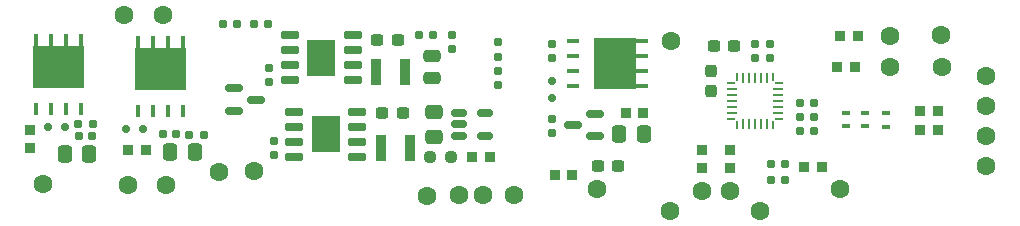
<source format=gbr>
%TF.GenerationSoftware,KiCad,Pcbnew,7.0.7*%
%TF.CreationDate,2024-03-02T18:47:46+03:00*%
%TF.ProjectId,Main_PCB_002,4d61696e-5f50-4434-925f-3030322e6b69,rev?*%
%TF.SameCoordinates,Original*%
%TF.FileFunction,Soldermask,Top*%
%TF.FilePolarity,Negative*%
%FSLAX46Y46*%
G04 Gerber Fmt 4.6, Leading zero omitted, Abs format (unit mm)*
G04 Created by KiCad (PCBNEW 7.0.7) date 2024-03-02 18:47:46*
%MOMM*%
%LPD*%
G01*
G04 APERTURE LIST*
G04 Aperture macros list*
%AMRoundRect*
0 Rectangle with rounded corners*
0 $1 Rounding radius*
0 $2 $3 $4 $5 $6 $7 $8 $9 X,Y pos of 4 corners*
0 Add a 4 corners polygon primitive as box body*
4,1,4,$2,$3,$4,$5,$6,$7,$8,$9,$2,$3,0*
0 Add four circle primitives for the rounded corners*
1,1,$1+$1,$2,$3*
1,1,$1+$1,$4,$5*
1,1,$1+$1,$6,$7*
1,1,$1+$1,$8,$9*
0 Add four rect primitives between the rounded corners*
20,1,$1+$1,$2,$3,$4,$5,0*
20,1,$1+$1,$4,$5,$6,$7,0*
20,1,$1+$1,$6,$7,$8,$9,0*
20,1,$1+$1,$8,$9,$2,$3,0*%
%AMFreePoly0*
4,1,14,0.230680,0.111820,0.364320,-0.021821,0.377500,-0.053642,0.377500,-0.080000,0.364320,-0.111820,0.332500,-0.125000,-0.332500,-0.125000,-0.364320,-0.111820,-0.377500,-0.080000,-0.377500,0.080000,-0.364320,0.111820,-0.332500,0.125000,0.198860,0.125000,0.230680,0.111820,0.230680,0.111820,$1*%
%AMFreePoly1*
4,1,14,0.364320,0.111820,0.377500,0.080000,0.377501,0.053640,0.364318,0.021819,0.230680,-0.111820,0.198860,-0.125000,-0.332500,-0.125000,-0.364320,-0.111820,-0.377500,-0.080000,-0.377500,0.080000,-0.364320,0.111820,-0.332500,0.125000,0.332500,0.125000,0.364320,0.111820,0.364320,0.111820,$1*%
%AMFreePoly2*
4,1,15,0.053642,0.377500,0.080000,0.377500,0.111820,0.364320,0.125000,0.332500,0.125000,-0.332500,0.111820,-0.364320,0.080000,-0.377500,-0.080000,-0.377500,-0.111820,-0.364320,-0.125000,-0.332500,-0.125000,0.198860,-0.111820,0.230680,0.021820,0.364320,0.053640,0.377501,0.053642,0.377500,0.053642,0.377500,$1*%
%AMFreePoly3*
4,1,14,-0.021820,0.364320,0.111820,0.230679,0.125001,0.198860,0.125000,-0.332500,0.111820,-0.364320,0.080000,-0.377500,-0.080000,-0.377500,-0.111820,-0.364320,-0.125000,-0.332500,-0.125000,0.332500,-0.111820,0.364320,-0.080000,0.377500,-0.053640,0.377500,-0.021820,0.364320,-0.021820,0.364320,$1*%
%AMFreePoly4*
4,1,14,0.364320,0.111820,0.377500,0.080000,0.377500,-0.080000,0.364320,-0.111820,0.332500,-0.125000,-0.198860,-0.125001,-0.230680,-0.111818,-0.364320,0.021820,-0.377500,0.053640,-0.377500,0.080000,-0.364320,0.111820,-0.332500,0.125000,0.332500,0.125000,0.364320,0.111820,0.364320,0.111820,$1*%
%AMFreePoly5*
4,1,15,-0.198858,0.125000,0.332500,0.125000,0.364320,0.111820,0.377500,0.080000,0.377500,-0.080000,0.364320,-0.111820,0.332500,-0.125000,-0.332500,-0.125000,-0.364320,-0.111820,-0.377500,-0.080000,-0.377500,-0.053640,-0.364320,-0.021820,-0.230680,0.111820,-0.198860,0.125001,-0.198858,0.125000,-0.198858,0.125000,$1*%
%AMFreePoly6*
4,1,14,0.111820,0.364320,0.125000,0.332500,0.125001,-0.198860,0.111818,-0.230680,-0.021820,-0.364320,-0.053640,-0.377500,-0.080000,-0.377500,-0.111820,-0.364320,-0.125000,-0.332500,-0.125000,0.332500,-0.111820,0.364320,-0.080000,0.377500,0.080000,0.377500,0.111820,0.364320,0.111820,0.364320,$1*%
%AMFreePoly7*
4,1,14,0.111820,0.364320,0.125000,0.332500,0.125000,-0.332500,0.111820,-0.364320,0.080000,-0.377500,0.053640,-0.377501,0.021819,-0.364318,-0.111820,-0.230680,-0.125000,-0.198860,-0.125000,0.332500,-0.111820,0.364320,-0.080000,0.377500,0.080000,0.377500,0.111820,0.364320,0.111820,0.364320,$1*%
G04 Aperture macros list end*
%ADD10R,0.939800X0.965200*%
%ADD11RoundRect,0.150000X-0.587500X-0.150000X0.587500X-0.150000X0.587500X0.150000X-0.587500X0.150000X0*%
%ADD12RoundRect,0.160000X0.197500X0.160000X-0.197500X0.160000X-0.197500X-0.160000X0.197500X-0.160000X0*%
%ADD13RoundRect,0.160000X-0.160000X0.197500X-0.160000X-0.197500X0.160000X-0.197500X0.160000X0.197500X0*%
%ADD14RoundRect,0.160000X0.160000X-0.197500X0.160000X0.197500X-0.160000X0.197500X-0.160000X-0.197500X0*%
%ADD15R,0.457200X1.016000*%
%ADD16RoundRect,0.250000X0.475000X-0.337500X0.475000X0.337500X-0.475000X0.337500X-0.475000X-0.337500X0*%
%ADD17RoundRect,0.155000X-0.212500X-0.155000X0.212500X-0.155000X0.212500X0.155000X-0.212500X0.155000X0*%
%ADD18C,1.600000*%
%ADD19RoundRect,0.150000X-0.650000X-0.150000X0.650000X-0.150000X0.650000X0.150000X-0.650000X0.150000X0*%
%ADD20R,2.410000X3.100000*%
%ADD21R,0.965200X0.939800*%
%ADD22RoundRect,0.250000X-0.337500X-0.475000X0.337500X-0.475000X0.337500X0.475000X-0.337500X0.475000X0*%
%ADD23RoundRect,0.150000X0.200000X-0.150000X0.200000X0.150000X-0.200000X0.150000X-0.200000X-0.150000X0*%
%ADD24RoundRect,0.250000X0.337500X0.475000X-0.337500X0.475000X-0.337500X-0.475000X0.337500X-0.475000X0*%
%ADD25R,0.965200X2.209800*%
%ADD26RoundRect,0.237500X0.300000X0.237500X-0.300000X0.237500X-0.300000X-0.237500X0.300000X-0.237500X0*%
%ADD27R,0.711200X0.444500*%
%ADD28RoundRect,0.150000X0.150000X0.200000X-0.150000X0.200000X-0.150000X-0.200000X0.150000X-0.200000X0*%
%ADD29RoundRect,0.160000X-0.197500X-0.160000X0.197500X-0.160000X0.197500X0.160000X-0.197500X0.160000X0*%
%ADD30R,1.016000X0.457200*%
%ADD31FreePoly0,0.000000*%
%ADD32RoundRect,0.062500X-0.375000X-0.062500X0.375000X-0.062500X0.375000X0.062500X-0.375000X0.062500X0*%
%ADD33FreePoly1,0.000000*%
%ADD34FreePoly2,0.000000*%
%ADD35RoundRect,0.062500X-0.062500X-0.375000X0.062500X-0.375000X0.062500X0.375000X-0.062500X0.375000X0*%
%ADD36FreePoly3,0.000000*%
%ADD37FreePoly4,0.000000*%
%ADD38FreePoly5,0.000000*%
%ADD39FreePoly6,0.000000*%
%ADD40FreePoly7,0.000000*%
%ADD41RoundRect,0.150000X-0.512500X-0.150000X0.512500X-0.150000X0.512500X0.150000X-0.512500X0.150000X0*%
%ADD42RoundRect,0.250000X-0.475000X0.250000X-0.475000X-0.250000X0.475000X-0.250000X0.475000X0.250000X0*%
%ADD43RoundRect,0.237500X0.250000X0.237500X-0.250000X0.237500X-0.250000X-0.237500X0.250000X-0.237500X0*%
%ADD44RoundRect,0.237500X-0.300000X-0.237500X0.300000X-0.237500X0.300000X0.237500X-0.300000X0.237500X0*%
%ADD45RoundRect,0.150000X0.587500X0.150000X-0.587500X0.150000X-0.587500X-0.150000X0.587500X-0.150000X0*%
%ADD46RoundRect,0.237500X0.237500X-0.300000X0.237500X0.300000X-0.237500X0.300000X-0.237500X-0.300000X0*%
G04 APERTURE END LIST*
%TO.C,U7*%
G36*
X87221500Y-112943000D02*
G01*
X82903500Y-112943000D01*
X82903500Y-109387000D01*
X87221500Y-109387000D01*
X87221500Y-112943000D01*
G37*
%TO.C,U4*%
G36*
X78582400Y-112793000D02*
G01*
X74264400Y-112793000D01*
X74264400Y-109237000D01*
X78582400Y-109237000D01*
X78582400Y-112793000D01*
G37*
%TO.C,U5*%
G36*
X125300500Y-112859000D02*
G01*
X121744500Y-112859000D01*
X121744500Y-108541000D01*
X125300500Y-108541000D01*
X125300500Y-112859000D01*
G37*
%TD*%
D10*
%TO.C,R5*%
X73960900Y-117898600D03*
X73960900Y-116400000D03*
%TD*%
D11*
%TO.C,D20*%
X91262500Y-112850000D03*
X91262500Y-114750000D03*
X93137500Y-113800000D03*
%TD*%
D12*
%TO.C,R10*%
X79270900Y-115900000D03*
X78075900Y-115900000D03*
%TD*%
D13*
%TO.C,R12*%
X94244975Y-111105075D03*
X94244975Y-112300075D03*
%TD*%
D14*
%TO.C,R8*%
X118137500Y-116635000D03*
X118137500Y-115440000D03*
%TD*%
D15*
%TO.C,U7*%
X83157500Y-114721000D03*
X84427500Y-114721000D03*
X85697500Y-114721000D03*
X86967500Y-114721000D03*
X86967500Y-108879000D03*
X85697500Y-108879000D03*
X84427500Y-108879000D03*
X83157500Y-108879000D03*
%TD*%
D16*
%TO.C,C15*%
X108150000Y-116937500D03*
X108150000Y-114862500D03*
%TD*%
D17*
%TO.C,C13*%
X136744900Y-120599200D03*
X137879900Y-120599200D03*
%TD*%
D18*
%TO.C,D2*%
X114985800Y-121869200D03*
%TD*%
D19*
%TO.C,U3*%
X95994975Y-108360075D03*
X95994975Y-109630075D03*
X95994975Y-110900075D03*
X95994975Y-112170075D03*
X101294975Y-112170075D03*
X101294975Y-110900075D03*
X101294975Y-109630075D03*
X101294975Y-108360075D03*
D20*
X98644975Y-110265075D03*
%TD*%
D12*
%TO.C,R16*%
X91541600Y-107391200D03*
X90346600Y-107391200D03*
%TD*%
D18*
%TO.C,D7*%
X128219200Y-108839000D03*
%TD*%
D13*
%TO.C,R22*%
X94650000Y-117302500D03*
X94650000Y-118497500D03*
%TD*%
D15*
%TO.C,U4*%
X74518400Y-114571000D03*
X75788400Y-114571000D03*
X77058400Y-114571000D03*
X78328400Y-114571000D03*
X78328400Y-108729000D03*
X77058400Y-108729000D03*
X75788400Y-108729000D03*
X74518400Y-108729000D03*
%TD*%
D21*
%TO.C,R25*%
X142550000Y-108400000D03*
X144048600Y-108400000D03*
%TD*%
D22*
%TO.C,C1*%
X85830500Y-118262400D03*
X87905500Y-118262400D03*
%TD*%
D23*
%TO.C,D6*%
X118137500Y-112250000D03*
X118137500Y-113650000D03*
%TD*%
D12*
%TO.C,R30*%
X140348300Y-115290600D03*
X139153300Y-115290600D03*
%TD*%
D24*
%TO.C,C3*%
X125925000Y-116700000D03*
X123850000Y-116700000D03*
%TD*%
D18*
%TO.C,D1*%
X146799300Y-108400000D03*
%TD*%
D25*
%TO.C,L2*%
X105744975Y-111490075D03*
X103306575Y-111490075D03*
%TD*%
D26*
%TO.C,C8*%
X105107475Y-108740075D03*
X103382475Y-108740075D03*
%TD*%
D21*
%TO.C,R23*%
X149339300Y-116408200D03*
X150837900Y-116408200D03*
%TD*%
%TO.C,R7*%
X141033500Y-119532400D03*
X139534900Y-119532400D03*
%TD*%
D18*
%TO.C,D26*%
X154940000Y-111760000D03*
%TD*%
D17*
%TO.C,C7*%
X78105900Y-116900000D03*
X79240900Y-116900000D03*
%TD*%
D14*
%TO.C,R19*%
X113600000Y-112597500D03*
X113600000Y-111402500D03*
%TD*%
D18*
%TO.C,D4*%
X85450000Y-121000000D03*
%TD*%
D21*
%TO.C,R4*%
X82313200Y-118050000D03*
X83811800Y-118050000D03*
%TD*%
D14*
%TO.C,R3*%
X135352500Y-110262500D03*
X135352500Y-109067500D03*
%TD*%
D18*
%TO.C,D28*%
X151130000Y-108331000D03*
%TD*%
D17*
%TO.C,C12*%
X85225000Y-116738400D03*
X86360000Y-116738400D03*
%TD*%
D27*
%TO.C,LED3*%
X143027400Y-116046250D03*
X143027400Y-114890550D03*
%TD*%
D28*
%TO.C,D14*%
X82112500Y-116300000D03*
X83512500Y-116300000D03*
%TD*%
D14*
%TO.C,R13*%
X109744975Y-109485075D03*
X109744975Y-108290075D03*
%TD*%
D28*
%TO.C,D5*%
X75510900Y-116150000D03*
X76910900Y-116150000D03*
%TD*%
D12*
%TO.C,R29*%
X140373700Y-114096800D03*
X139178700Y-114096800D03*
%TD*%
D18*
%TO.C,D12*%
X82300000Y-121050000D03*
%TD*%
D29*
%TO.C,R20*%
X87477600Y-116763800D03*
X88672600Y-116763800D03*
%TD*%
D30*
%TO.C,U5*%
X119966500Y-108795000D03*
X119966500Y-110065000D03*
X119966500Y-111335000D03*
X119966500Y-112605000D03*
X125808500Y-112605000D03*
X125808500Y-111335000D03*
X125808500Y-110065000D03*
X125808500Y-108795000D03*
%TD*%
D12*
%TO.C,R31*%
X140322900Y-116484400D03*
X139127900Y-116484400D03*
%TD*%
D18*
%TO.C,D22*%
X92950000Y-119850000D03*
%TD*%
%TO.C,D24*%
X85250000Y-106600000D03*
%TD*%
D31*
%TO.C,U6*%
X133352500Y-112412500D03*
D32*
X133412500Y-112912500D03*
X133412500Y-113412500D03*
X133412500Y-113912500D03*
X133412500Y-114412500D03*
X133412500Y-114912500D03*
D33*
X133352500Y-115412500D03*
D34*
X133850000Y-115910000D03*
D35*
X134350000Y-115850000D03*
X134850000Y-115850000D03*
X135350000Y-115850000D03*
X135850000Y-115850000D03*
X136350000Y-115850000D03*
D36*
X136850000Y-115910000D03*
D37*
X137347500Y-115412500D03*
D32*
X137287500Y-114912500D03*
X137287500Y-114412500D03*
X137287500Y-113912500D03*
X137287500Y-113412500D03*
X137287500Y-112912500D03*
D38*
X137347500Y-112412500D03*
D39*
X136850000Y-111915000D03*
D35*
X136350000Y-111975000D03*
X135850000Y-111975000D03*
X135350000Y-111975000D03*
X134850000Y-111975000D03*
X134350000Y-111975000D03*
D40*
X133850000Y-111915000D03*
%TD*%
D18*
%TO.C,D13*%
X142570200Y-121361200D03*
%TD*%
D12*
%TO.C,R14*%
X108092475Y-108290075D03*
X106897475Y-108290075D03*
%TD*%
D18*
%TO.C,D3*%
X75050000Y-120950000D03*
%TD*%
D26*
%TO.C,C14*%
X105512500Y-114900000D03*
X103787500Y-114900000D03*
%TD*%
D21*
%TO.C,R28*%
X118402100Y-120142000D03*
X119900700Y-120142000D03*
%TD*%
D18*
%TO.C,D27*%
X128193800Y-123190000D03*
%TD*%
D14*
%TO.C,R11*%
X118137500Y-110297500D03*
X118137500Y-109102500D03*
%TD*%
D21*
%TO.C,R6*%
X111401400Y-118650000D03*
X112900000Y-118650000D03*
%TD*%
D41*
%TO.C,U1*%
X110262500Y-114950000D03*
X110262500Y-115900000D03*
X110262500Y-116850000D03*
X112537500Y-116850000D03*
X112537500Y-114950000D03*
%TD*%
D14*
%TO.C,R18*%
X113600000Y-110150000D03*
X113600000Y-108955000D03*
%TD*%
D18*
%TO.C,D21*%
X146827000Y-111000000D03*
%TD*%
D10*
%TO.C,R15*%
X133200000Y-118051400D03*
X133200000Y-119550000D03*
%TD*%
D18*
%TO.C,D30*%
X135813800Y-123240800D03*
%TD*%
%TO.C,D16*%
X110312200Y-121869200D03*
%TD*%
D19*
%TO.C,U8*%
X96350000Y-114840000D03*
X96350000Y-116110000D03*
X96350000Y-117380000D03*
X96350000Y-118650000D03*
X101650000Y-118650000D03*
X101650000Y-117380000D03*
X101650000Y-116110000D03*
X101650000Y-114840000D03*
D20*
X99000000Y-116745000D03*
%TD*%
D18*
%TO.C,D17*%
X107619800Y-121920000D03*
%TD*%
D21*
%TO.C,R26*%
X142328400Y-111000000D03*
X143827000Y-111000000D03*
%TD*%
D18*
%TO.C,D11*%
X133200000Y-121500000D03*
%TD*%
D25*
%TO.C,L3*%
X106150000Y-117900000D03*
X103711600Y-117900000D03*
%TD*%
D18*
%TO.C,D10*%
X130900000Y-121550000D03*
%TD*%
%TO.C,D29*%
X151155400Y-111023400D03*
%TD*%
D27*
%TO.C,LED1*%
X146431000Y-116097050D03*
X146431000Y-114941350D03*
%TD*%
D21*
%TO.C,R27*%
X124409200Y-114950000D03*
X125907800Y-114950000D03*
%TD*%
D42*
%TO.C,C9*%
X107994975Y-110090075D03*
X107994975Y-111990075D03*
%TD*%
D21*
%TO.C,R24*%
X149350700Y-114742900D03*
X150849300Y-114742900D03*
%TD*%
D27*
%TO.C,LED2*%
X144703800Y-116071650D03*
X144703800Y-114915950D03*
%TD*%
D12*
%TO.C,R17*%
X94144100Y-107391200D03*
X92949100Y-107391200D03*
%TD*%
D18*
%TO.C,D8*%
X154940000Y-116840000D03*
%TD*%
D43*
%TO.C,R1*%
X109650000Y-118650000D03*
X107825000Y-118650000D03*
%TD*%
D44*
%TO.C,C4*%
X122022700Y-119405400D03*
X123747700Y-119405400D03*
%TD*%
D18*
%TO.C,D25*%
X81900000Y-106650000D03*
%TD*%
%TO.C,D18*%
X154940000Y-119380000D03*
%TD*%
%TO.C,D19*%
X122021600Y-121361200D03*
%TD*%
D45*
%TO.C,Q1*%
X121825000Y-116900000D03*
X121825000Y-115000000D03*
X119950000Y-115950000D03*
%TD*%
D44*
%TO.C,C10*%
X131877900Y-109296200D03*
X133602900Y-109296200D03*
%TD*%
D10*
%TO.C,R9*%
X130900000Y-118050700D03*
X130900000Y-119549300D03*
%TD*%
D22*
%TO.C,C2*%
X76923400Y-118400000D03*
X78998400Y-118400000D03*
%TD*%
D14*
%TO.C,R2*%
X136652500Y-110262500D03*
X136652500Y-109067500D03*
%TD*%
D29*
%TO.C,R21*%
X136677400Y-119250000D03*
X137872400Y-119250000D03*
%TD*%
D18*
%TO.C,D9*%
X154940000Y-114300000D03*
%TD*%
%TO.C,D15*%
X112369600Y-121869200D03*
%TD*%
%TO.C,D23*%
X89950000Y-119900000D03*
%TD*%
D46*
%TO.C,C11*%
X131673600Y-113079700D03*
X131673600Y-111354700D03*
%TD*%
M02*

</source>
